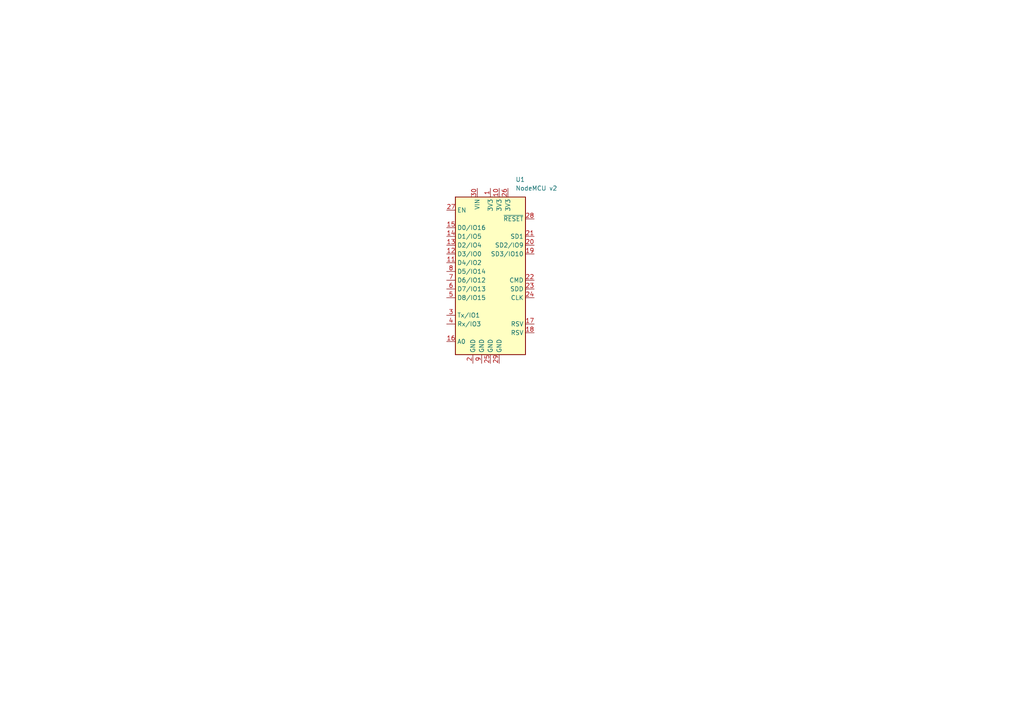
<source format=kicad_sch>
(kicad_sch (version 20230121) (generator eeschema)
  (paper "A4")
  (title_block (title "Smart Home Metering") (date "2022-11-28") (rev "0.1"))
  (lib_symbols
    (symbol "NodeMCU v2:NodeMCU v2"
      (property "Reference" "U" (at -10.16 23.495 0))
      (property "Value" "NodeMCU v2" (at 5.08 -24.13 0))
      (symbol "NodeMCU v2_0_1"
        (rectangle (start -10.16 22.86) (end 10.16 -22.86) (stroke (width 0.254)) (fill (type background)))
      )
      (symbol "NodeMCU v2_1_1"
        (pin power_out line (at 0 25.4 270) (length 2.54) (name "3V3") (number "1"))
        (pin power_out line (at 2.54 25.4 270) (length 2.54) (name "3V3") (number "10"))
        (pin bidirectional line (at -12.7 3.81 0) (length 2.54) (name "D4/IO2") (number "11"))
        (pin bidirectional line (at -12.7 6.35 0) (length 2.54) (name "D3/IO0") (number "12"))
        (pin bidirectional line (at -12.7 8.89 0) (length 2.54) (name "D2/IO4") (number "13"))
        (pin bidirectional line (at -12.7 11.43 0) (length 2.54) (name "D1/IO5") (number "14"))
        (pin bidirectional line (at -12.7 13.97 0) (length 2.54) (name "D0/IO16") (number "15"))
        (pin input line (at -12.7 -19.05 0) (length 2.54) (name "A0") (number "16"))
        (pin free line (at 12.7 -13.97 180) (length 2.54) (name "RSV") (number "17"))
        (pin free line (at 12.7 -16.51 180) (length 2.54) (name "RSV") (number "18"))
        (pin bidirectional line (at 12.7 6.35 180) (length 2.54) (name "SD3/IO10") (number "19"))
        (pin power_in line (at -5.08 -25.4 90) (length 2.54) (name "GND") (number "2"))
        (pin bidirectional line (at 12.7 8.89 180) (length 2.54) (name "SD2/IO9") (number "20"))
        (pin bidirectional line (at 12.7 11.43 180) (length 2.54) (name "SD1") (number "21"))
        (pin bidirectional line (at 12.7 -1.27 180) (length 2.54) (name "CMD") (number "22"))
        (pin bidirectional line (at 12.7 -3.81 180) (length 2.54) (name "SDD") (number "23"))
        (pin bidirectional line (at 12.7 -6.35 180) (length 2.54) (name "CLK") (number "24"))
        (pin power_in line (at 0 -25.4 90) (length 2.54) (name "GND") (number "25"))
        (pin power_out line (at 5.08 25.4 270) (length 2.54) (name "3V3") (number "26"))
        (pin input line (at -12.7 19.05 0) (length 2.54) (name "EN") (number "27"))
        (pin input line (at 12.7 16.51 180) (length 2.54) (name "~{RESET}") (number "28"))
        (pin power_in line (at 2.54 -25.4 90) (length 2.54) (name "GND") (number "29"))
        (pin bidirectional line (at -12.7 -11.43 0) (length 2.54) (name "Tx/IO1") (number "3"))
        (pin power_in line (at -3.81 25.4 270) (length 2.54) (name "VIN") (number "30"))
        (pin bidirectional line (at -12.7 -13.97 0) (length 2.54) (name "Rx/IO3") (number "4"))
        (pin bidirectional line (at -12.7 -6.35 0) (length 2.54) (name "D8/IO15") (number "5"))
        (pin bidirectional line (at -12.7 -3.81 0) (length 2.54) (name "D7/IO13") (number "6"))
        (pin bidirectional line (at -12.7 -1.27 0) (length 2.54) (name "D6/IO12") (number "7"))
        (pin bidirectional line (at -12.7 1.27 0) (length 2.54) (name "D5/IO14") (number "8"))
        (pin power_in line (at -2.54 -25.4 90) (length 2.54) (name "GND") (number "9"))
      )
    )
  )
  (symbol (lib_id "NodeMCU v2:NodeMCU v2") (at 142.24 80.01 0) (unit 1)
    (property "Reference" "U1" (at 149.5141 52.07 0) (effects (justify left)))
    (property "Value" "NodeMCU v2" (at 149.5141 54.61 0) (effects (justify left)))
    (property "Footprint" "Module:Arduino_Nano" (effects hide))
    (property "Datasheet" "https://www.nodemcu.com/index_en.html" (effects hide))
  )
)
</source>
